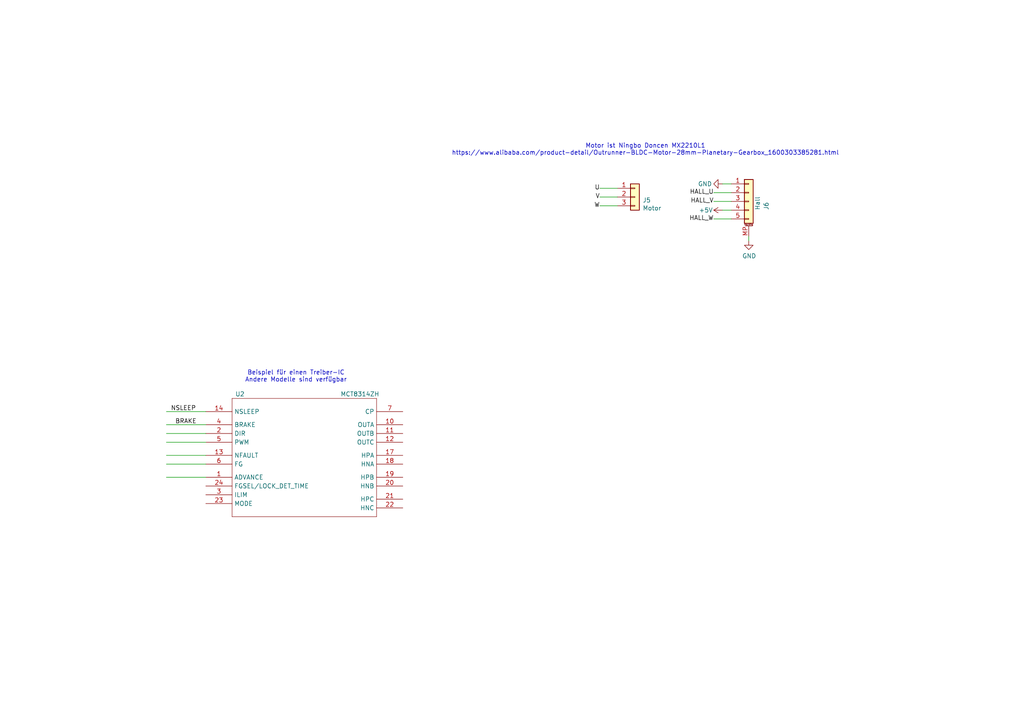
<source format=kicad_sch>
(kicad_sch (version 20231120) (generator "eeschema") (generator_version "8.0")
  (paper "A4")
  (lib_symbols
    (symbol "Connector_Generic:Conn_01x03" (pin_names (offset 1.016) hide)
      (property "Reference" "J" (at 0 5.08 0))
      (property "Value" "Conn_01x03" (at 0 -5.08 0))
      (symbol "Conn_01x03_1_1"
        (rectangle (start -1.27 -2.413) (end 0 -2.667) (stroke (width 0.1524)))
        (rectangle (start -1.27 0.127) (end 0 -0.127) (stroke (width 0.1524)))
        (rectangle (start -1.27 2.667) (end 0 2.413) (stroke (width 0.1524)))
        (rectangle (start -1.27 3.81) (end 1.27 -3.81) (stroke (width 0.254)) (fill (type background)))
        (pin passive line (at -5.08 2.54 0) (length 3.81) (name "Pin_1") (number "1"))
        (pin passive line (at -5.08 0 0) (length 3.81) (name "Pin_2") (number "2"))
        (pin passive line (at -5.08 -2.54 0) (length 3.81) (name "Pin_3") (number "3"))
      )
    )
    (symbol "Connector_Generic_MountingPin:Conn_01x05_MountingPin" (pin_names (offset 1.016) hide)
      (property "Reference" "J" (at 0 7.62 0))
      (property "Value" "Conn_01x05_MountingPin" (at 1.27 -7.62 0))
      (symbol "Conn_01x05_MountingPin_1_1"
        (rectangle (start -1.27 -4.953) (end 0 -5.207) (stroke (width 0.1524)))
        (rectangle (start -1.27 -2.413) (end 0 -2.667) (stroke (width 0.1524)))
        (rectangle (start -1.27 0.127) (end 0 -0.127) (stroke (width 0.1524)))
        (rectangle (start -1.27 2.667) (end 0 2.413) (stroke (width 0.1524)))
        (rectangle (start -1.27 5.207) (end 0 4.953) (stroke (width 0.1524)))
        (rectangle (start -1.27 6.35) (end 1.27 -6.35) (stroke (width 0.254)) (fill (type background)))
        (polyline (pts (xy -1.016 -7.112) (xy 1.016 -7.112)) (stroke (width 0.1524)))
        (text "Mounting" (at 0 -6.731 0) (effects (font (size 0.381 0.381))))
        (pin passive line (at -5.08 5.08 0) (length 3.81) (name "Pin_1") (number "1"))
        (pin passive line (at -5.08 2.54 0) (length 3.81) (name "Pin_2") (number "2"))
        (pin passive line (at -5.08 0 0) (length 3.81) (name "Pin_3") (number "3"))
        (pin passive line (at -5.08 -2.54 0) (length 3.81) (name "Pin_4") (number "4"))
        (pin passive line (at -5.08 -5.08 0) (length 3.81) (name "Pin_5") (number "5"))
        (pin passive line (at 0 -10.16 90) (length 3.048) (name "MountPin") (number "MP"))
      )
    )
    (symbol "Custom Symbols:MCT8314Z" (pin_names (offset 0.635))
      (property "Reference" "U" (at -22.86 16.764 0))
      (property "Value" "MCT8314Z" (at 19.05 16.764 0))
      (symbol "MCT8314Z_1_1"
        (polyline (pts (xy -22.86 -17.78) (xy 19.05 -17.78)) (stroke (width 0.127)))
        (polyline (pts (xy -22.86 16.51) (xy -22.86 -17.78)) (stroke (width 0.127)))
        (polyline (pts (xy 19.05 -17.78) (xy 19.05 16.51)) (stroke (width 0.127)))
        (polyline (pts (xy 19.05 16.51) (xy -22.86 16.51)) (stroke (width 0.127)))
        (pin input line (at -30.48 -6.35 0) (length 7.62) (name "ADVANCE") (number "1"))
        (pin output line (at 26.67 8.89 180) (length 7.62) (name "OUTA") (number "10"))
        (pin output line (at 26.67 6.35 180) (length 7.62) (name "OUTB") (number "11"))
        (pin output line (at 26.67 3.81 180) (length 7.62) (name "OUTC") (number "12"))
        (pin output line (at -30.48 0 0) (length 7.62) (name "NFAULT") (number "13"))
        (pin input line (at -30.48 12.7 0) (length 7.62) (name "NSLEEP") (number "14"))
        (pin input line (at 26.67 0 180) (length 7.62) (name "HPA") (number "17"))
        (pin input line (at 26.67 -2.54 180) (length 7.62) (name "HNA") (number "18"))
        (pin input line (at 26.67 -6.35 180) (length 7.62) (name "HPB") (number "19"))
        (pin input line (at -30.48 6.35 0) (length 7.62) (name "DIR") (number "2"))
        (pin input line (at 26.67 -8.89 180) (length 7.62) (name "HNB") (number "20"))
        (pin input line (at 26.67 -12.7 180) (length 7.62) (name "HPC") (number "21"))
        (pin input line (at 26.67 -15.24 180) (length 7.62) (name "HNC") (number "22"))
        (pin input line (at -30.48 -13.97 0) (length 7.62) (name "MODE") (number "23"))
        (pin input line (at -30.48 -8.89 0) (length 7.62) (name "FGSEL/LOCK_DET_TIME") (number "24"))
        (pin input line (at -30.48 -11.43 0) (length 7.62) (name "ILIM") (number "3"))
        (pin input line (at -30.48 8.89 0) (length 7.62) (name "BRAKE") (number "4"))
        (pin input line (at -30.48 3.81 0) (length 7.62) (name "PWM") (number "5"))
        (pin output line (at -30.48 -2.54 0) (length 7.62) (name "FG") (number "6"))
        (pin output line (at 26.67 12.7 180) (length 7.62) (name "CP") (number "7"))
      )
    )
    (symbol "power:+5V" (power) (pin_names (offset 0))
      (property "Value" "+5V" (at 0 3.556 0))
      (symbol "+5V_0_1"
        (polyline (pts (xy -0.762 1.27) (xy 0 2.54)))
        (polyline (pts (xy 0 0) (xy 0 2.54)))
        (polyline (pts (xy 0 2.54) (xy 0.762 1.27)))
      )
      (symbol "+5V_1_1"
        (pin power_in line (at 0 0 90) (length 0) hide (name "+5V") (number "1"))
      )
    )
    (symbol "power:GND" (power) (pin_names (offset 0))
      (property "Value" "GND" (at 0 -3.81 0))
      (symbol "GND_0_1"
        (polyline (pts (xy 0 0) (xy 0 -1.27) (xy 1.27 -1.27) (xy 0 -2.54) (xy -1.27 -1.27) (xy 0 -1.27)))
      )
      (symbol "GND_1_1"
        (pin power_in line (at 0 0 270) (length 0) hide (name "GND") (number "1"))
      )
    )
  )
  (wire (pts (xy 173.99 54.61) (xy 179.07 54.61)))
  (wire (pts (xy 48.26 138.43) (xy 59.69 138.43)))
  (wire (pts (xy 48.26 123.19) (xy 59.69 123.19)))
  (wire (pts (xy 212.09 60.96) (xy 209.55 60.96)))
  (wire (pts (xy 48.26 125.73) (xy 59.69 125.73)))
  (wire (pts (xy 207.01 58.42) (xy 212.09 58.42)))
  (wire (pts (xy 207.01 55.88) (xy 212.09 55.88)))
  (wire (pts (xy 48.26 134.62) (xy 59.69 134.62)))
  (wire (pts (xy 48.26 128.27) (xy 59.69 128.27)))
  (wire (pts (xy 48.26 132.08) (xy 59.69 132.08)))
  (wire (pts (xy 48.26 119.38) (xy 59.69 119.38)))
  (wire (pts (xy 209.55 53.34) (xy 212.09 53.34)))
  (wire (pts (xy 207.01 63.5) (xy 212.09 63.5)))
  (wire (pts (xy 173.99 59.69) (xy 179.07 59.69)))
  (wire (pts (xy 173.99 57.15) (xy 179.07 57.15)))
  (wire (pts (xy 217.17 69.85) (xy 217.17 68.58)))
  (text "Beispiel für einen Treiber-IC\nAndere Modelle sind verfügbar" (at 85.852 109.22 0) (effects (font (size 1.27 1.27))))
  (text "Motor ist Ningbo Doncen MX2210L1\nhttps://www.alibaba.com/product-detail/Outrunner-BLDC-Motor-28mm-Planetary-Gearbox_1600303385281.html" (at 187.198 43.434 0) (effects (font (size 1.27 1.27))))
  (label "V" (at 173.99 57.15 180))
  (label "U" (at 173.99 54.61 180))
  (label "HALL_W" (at 207.01 63.5 180))
  (label "HALL_U" (at 207.01 55.88 180))
  (label "BRAKE" (at 50.8 123.19 0))
  (label "NSLEEP" (at 49.53 119.38 0))
  (label "HALL_V" (at 207.01 58.42 180))
  (label "W" (at 173.99 59.69 180))
  (symbol (lib_id "power:GND") (at 209.55 53.34 270) (unit 1)
    (property "Reference" "#PWR08" (effects (hide yes)))
    (property "Value" "GND" (at 204.47 53.34 90))
    (instances (project "MCU Example" (path "" (reference "#PWR08") (unit 1)) (path "" (reference "#PWR05") (unit 1))))
  )
  (symbol (lib_id "Custom Symbols:MCT8314Z") (at 90.17 132.08 0) (unit 1)
    (property "Reference" "U2" (at 69.596 114.3 0))
    (property "Value" "MCT8314ZH" (at 104.394 114.3 0))
    (property "Datasheet" "https://www.ti.com/product/MCT8314Z" (effects (hide yes)))
    (instances (project "MCU Example" (path "" (reference "U2") (unit 1)) (path "" (reference "U1") (unit 1))))
  )
  (symbol (lib_id "Connector_Generic:Conn_01x03") (at 184.15 57.15 0) (unit 1)
    (property "Reference" "J5" (at 186.3852 58.0644 0) (effects (justify left)))
    (property "Value" "Motor" (at 186.3852 60.3758 0) (effects (justify left)))
    (property "Footprint" "Connector_JST:JST_XH_B3B-XH-A_1x03_P2.50mm_Vertical" (effects (hide yes)))
    (instances (project "MCU Example" (path "" (reference "J5") (unit 1)) (path "" (reference "J3") (unit 1))))
  )
  (symbol (lib_id "Connector_Generic_MountingPin:Conn_01x05_MountingPin") (at 217.17 58.42 0) (unit 1)
    (property "Reference" "J6" (at 222.25 60.96 90) (effects (justify left)))
    (property "Value" "Hall" (at 219.71 60.96 90) (effects (justify left)))
    (property "Footprint" "Connector_JST:JST_GH_BM05B-GHS-TBT_1x05-1MP_P1.25mm_Vertical" (effects (hide yes)))
    (instances (project "MCU Example" (path "" (reference "J6") (unit 1)) (path "" (reference "J4") (unit 1))))
  )
  (symbol (lib_id "power:+5V") (at 209.55 60.96 90) (unit 1)
    (property "Reference" "#PWR09" (effects (hide yes)))
    (property "Value" "+5V" (at 204.724 60.96 90))
    (instances (project "MCU Example" (path "" (reference "#PWR09") (unit 1)) (path "" (reference "#PWR06") (unit 1))))
  )
  (symbol (lib_id "power:GND") (at 217.17 69.85 0) (unit 1)
    (property "Reference" "#PWR010" (effects (hide yes)))
    (property "Value" "GND" (at 217.297 74.2442 0))
    (instances (project "MCU Example" (path "" (reference "#PWR010") (unit 1)) (path "" (reference "#PWR07") (unit 1))))
  )
)
</source>
